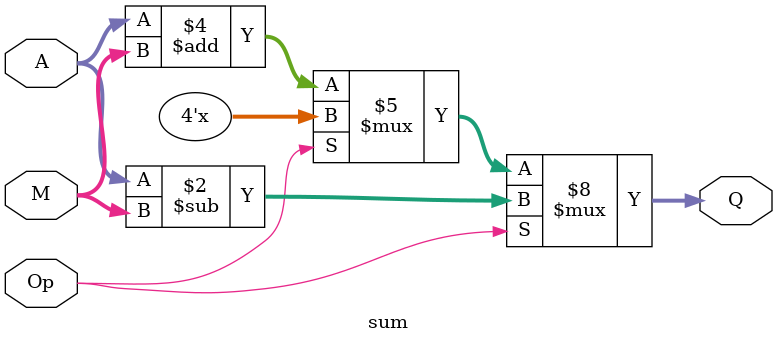
<source format=v>
module sum(input wire [3:0] A, M, output reg [3:0] Q, input wire Op);

always @(A or M or Op)
if (Op)
	Q <= A-M;
else
	if(!Op)
		Q <= A+M;

endmodule

</source>
